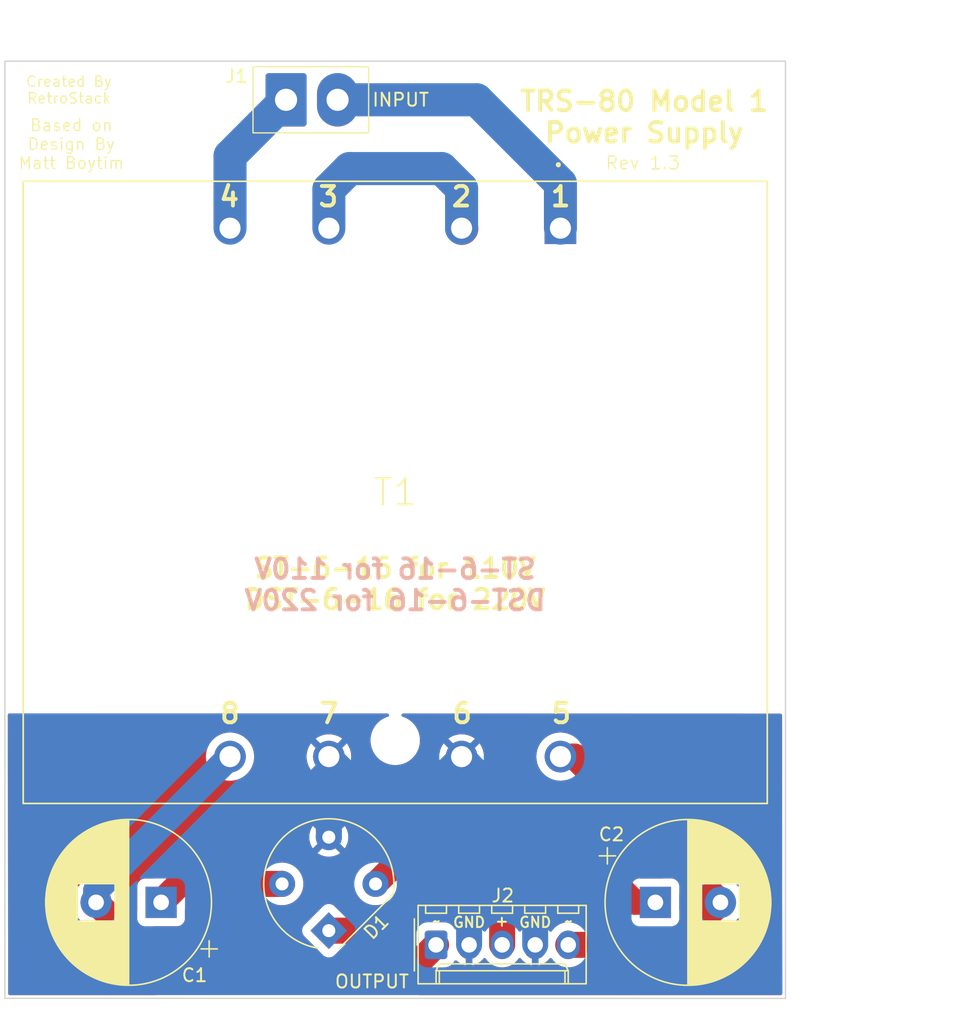
<source format=kicad_pcb>
(kicad_pcb (version 20240108) (generator "pcbnew") (generator_version "8.0")
  (title_block (title "TRS-80 Model 1 Power Supply") (date "2024-08-24") (rev "Rev 1.2") (company "RetroStack LLC (based on design by Matt Boytim)"))
  (layers (0 "F.Cu" signal) (31 "B.Cu" signal) (34 "B.Paste" user) (35 "F.Paste" user) (36 "B.SilkS" user "B.Silkscreen") (37 "F.SilkS" user "F.Silkscreen") (38 "B.Mask" user) (39 "F.Mask" user) (44 "Edge.Cuts" user))
  (net 0 "")
  (net 1 "Net-(C1-Pad1)")
  (net 2 "Net-(J2-Pin_1)")
  (net 3 "Net-(C2-Pad1)")
  (net 4 "Net-(J2-Pin_5)")
  (net 5 "GND")
  (net 6 "Net-(D1-+)")
  (net 7 "Net-(J1-Pin_1)")
  (net 8 "Net-(J1-Pin_2)")
  (net 9 "Net-(T1-Pad2)")
  (footprint "Capacitor_THT:CP_Radial_D12.5mm_P5.00mm" (layer "F.Cu") (at 75.003711 87.997455 180)
    (property "Reference" "C1" (at -2.567889 -5.601545 0) (layer "F.SilkS"))
    (property "Value" "2200u")
    (pad "1" thru_hole rect (at 0 0 180) (size 2.4 2.4) (drill 1.2) (layers "*.Cu" "*.Mask") (net 1 "Net-(C1-Pad1)"))
    (pad "2" thru_hole circle (at 5 0 180) (size 2.4 2.4) (drill 1.2) (layers "*.Cu" "*.Mask") (net 2 "Net-(J2-Pin_1)"))
  )
  (footprint "Connector_Molex:Molex_KK-396_A-41791-0002_1x02_P3.96mm_Vertical" (layer "F.Cu") (at 84.6074 26.3398)
    (property "Reference" "J1" (at -3.81 -1.8034 0) (layer "F.SilkS"))
    (property "Value" "Conn_01x02")
    (pad "1" thru_hole roundrect (at 0 0) (size 3.16 4.1) (drill 1.7) (layers "*.Cu" "*.Mask") (roundrect_rratio 0.079114) (net 7 "Net-(J1-Pin_1)"))
    (pad "2" thru_hole oval (at 3.96 0) (size 3.16 4.1) (drill 1.7) (layers "*.Cu" "*.Mask") (net 8 "Net-(J1-Pin_2)"))
  )
  (footprint "Diode_THT:Diode_Bridge_Round_D9.8mm" (layer "F.Cu") (at 87.893212 90.171585 135)
    (property "Reference" "D1" (at -2.380121 2.788263 45) (layer "F.SilkS"))
    (property "Value" "B40C800G" (hide yes))
    (pad "1" thru_hole rect (at 0 0 135) (size 2 2) (drill 1) (layers "*.Cu" "*.Mask") (net 6 "Net-(D1-+)"))
    (pad "2" thru_hole oval (at 0 5.079999 135) (size 2 2) (drill 1) (layers "*.Cu" "*.Mask") (net 3 "Net-(C2-Pad1)"))
    (pad "3" thru_hole oval (at 5.08 5.08 135) (size 2 2) (drill 1) (layers "*.Cu" "*.Mask") (net 5 "GND"))
    (pad "4" thru_hole oval (at 5.079999 0 135) (size 2 2) (drill 1) (layers "*.Cu" "*.Mask") (net 1 "Net-(C1-Pad1)"))
  )
  (footprint "Capacitor_THT:CP_Radial_D12.5mm_P5.00mm" (layer "F.Cu") (at 113 88)
    (property "Reference" "C2" (at -3.3736 -5.2214 0) (layer "F.SilkS"))
    (property "Value" "2200u")
    (pad "1" thru_hole rect (at 0 0) (size 2.4 2.4) (drill 1.2) (layers "*.Cu" "*.Mask") (net 3 "Net-(C2-Pad1)"))
    (pad "2" thru_hole circle (at 5 0) (size 2.4 2.4) (drill 1.2) (layers "*.Cu" "*.Mask") (net 4 "Net-(J2-Pin_5)"))
  )
  (footprint "M1PSX3:XFMR_DST-6-16" (layer "F.Cu") (at 93 56.5 -90)
    (property "Reference" "T1" (at 0 0 0) (layer "F.SilkS") (effects (font (size 2 2))))
    (property "Value" "DST-6-16")
    (pad "" np_thru_hole circle (at -19.05 0 270) (size 3.3 3.3) (drill 3.3) (layers "F&B.Cu" "*.Mask"))
    (pad "" np_thru_hole circle (at 19.05 0 270) (size 3.3 3.3) (drill 3.3) (layers "F&B.Cu" "*.Mask"))
    (pad "1" thru_hole rect (at -20.3 -12.7 270) (size 2.43 2.43) (drill 1.62) (layers "*.Cu" "*.Mask") (net 8 "Net-(J1-Pin_2)"))
    (pad "2" thru_hole circle (at -20.3 -5.1 270) (size 2.43 2.43) (drill 1.62) (layers "*.Cu" "*.Mask") (net 9 "Net-(T1-Pad2)"))
    (pad "3" thru_hole circle (at -20.3 5.1 270) (size 2.43 2.43) (drill 1.62) (layers "*.Cu" "*.Mask") (net 9 "Net-(T1-Pad2)"))
    (pad "4" thru_hole circle (at -20.3 12.7 270) (size 2.43 2.43) (drill 1.62) (layers "*.Cu" "*.Mask") (net 7 "Net-(J1-Pin_1)"))
    (pad "5" thru_hole circle (at 20.3 -12.7 270) (size 2.43 2.43) (drill 1.62) (layers "*.Cu" "*.Mask") (net 4 "Net-(J2-Pin_5)"))
    (pad "6" thru_hole circle (at 20.3 -5.1 270) (size 2.43 2.43) (drill 1.62) (layers "*.Cu" "*.Mask") (net 5 "GND"))
    (pad "7" thru_hole circle (at 20.3 5.1 270) (size 2.43 2.43) (drill 1.62) (layers "*.Cu" "*.Mask") (net 5 "GND"))
    (pad "8" thru_hole circle (at 20.3 12.7 270) (size 2.43 2.43) (drill 1.62) (layers "*.Cu" "*.Mask") (net 2 "Net-(J2-Pin_1)"))
  )
  (footprint "Connector_Molex:Molex_KK-254_AE-6410-05A_1x05_P2.54mm_Vertical" (layer "F.Cu") (at 96.139 91.2622)
    (property "Reference" "J2" (at 5.1308 -3.7846 0) (layer "F.SilkS"))
    (property "Value" "1x5")
    (pad "1" thru_hole roundrect (at 0 0) (size 1.74 2.19) (drill 1.19) (layers "*.Cu" "*.Mask") (roundrect_rratio 0.143678) (net 2 "Net-(J2-Pin_1)"))
    (pad "2" thru_hole oval (at 2.54 0) (size 1.74 2.19) (drill 1.19) (layers "*.Cu" "*.Mask") (net 5 "GND"))
    (pad "3" thru_hole oval (at 5.08 0) (size 1.74 2.19) (drill 1.19) (layers "*.Cu" "*.Mask") (net 6 "Net-(D1-+)"))
    (pad "4" thru_hole oval (at 7.62 0) (size 1.74 2.19) (drill 1.19) (layers "*.Cu" "*.Mask") (net 5 "GND"))
    (pad "5" thru_hole oval (at 10.16 0) (size 1.74 2.19) (drill 1.19) (layers "*.Cu" "*.Mask") (net 4 "Net-(J2-Pin_5)"))
  )
  (gr_line (start 123 95.377) (end 62.992 95.368) (stroke (width 0.1)) (layer "Edge.Cuts"))
  (gr_line (start 62.992 95.368) (end 62.992 23.368) (stroke (width 0.1)) (layer "Edge.Cuts"))
  (gr_line (start 63 23.372493) (end 123 23.372493) (stroke (width 0.1)) (layer "Edge.Cuts"))
  (gr_line (start 123 23.372493) (end 123 95.372493) (stroke (width 0.1)) (layer "Edge.Cuts"))
  (gr_text "ST-6-16 for 110V\nDST-6-16 for 220V" (at 92.9894 63.6016 0) (layer "B.SilkS") (effects (font (size 1.5 1.5) (thickness 0.3) (bold yes)) (justify mirror)))
  (gr_text "GND" (at 98.682245 89.531 0) (layer "F.SilkS") (effects (font (size 0.8 0.8))))
  (gr_text "GND" (at 103.762245 89.531 0) (layer "F.SilkS") (effects (font (size 0.8 0.8))))
  (gr_text "~" (at 106.327645 89.4548 0) (layer "F.SilkS") (effects (font (size 0.8 0.8))))
  (gr_text "8" (at 80.2894 73.4822 0) (layer "F.SilkS") (effects (font (size 1.5 1.5) (thickness 0.3) (bold yes))))
  (gr_text "INPUT" (at 93.4188 26.3398 0) (layer "F.SilkS") (effects (font (size 1 1))))
  (gr_text "+" (at 101.196845 89.4294 0) (layer "F.SilkS") (effects (font (size 0.8 0.8))))
  (gr_text "~" (at 96.167645 89.4548 0) (layer "F.SilkS") (effects (font (size 0.8 0.8))))
  (gr_text "6" (at 98.1456 73.4822 0) (layer "F.SilkS") (effects (font (size 1.5 1.5) (thickness 0.3) (bold yes))))
  (gr_text "3" (at 87.8586 33.782 0) (layer "F.SilkS") (effects (font (size 1.5 1.5) (thickness 0.3) (bold yes))))
  (gr_text "5" (at 105.7656 73.4822 0) (layer "F.SilkS") (effects (font (size 1.5 1.5) (thickness 0.3) (bold yes))))
  (gr_text "ST-6-16 for 110V\nDST-6-16 for 220V" (at 92.9894 63.5254 0) (layer "F.SilkS") (effects (font (size 1.5 1.5) (thickness 0.3) (bold yes))))
  (gr_text "7" (at 87.9094 73.4822 0) (layer "F.SilkS") (effects (font (size 1.5 1.5) (thickness 0.3) (bold yes))))
  (gr_text "1" (at 105.7148 33.782 0) (layer "F.SilkS") (effects (font (size 1.5 1.5) (thickness 0.3) (bold yes))))
  (gr_text "Based on\nDesign By\nMatt Boytim" (at 68.0974 29.7434 0) (layer "F.SilkS") (effects (font (size 0.9 0.9) (thickness 0.1))))
  (gr_text "TRS-80 Model 1\nPower Supply" (at 112.141 27.6606 0) (layer "F.SilkS") (effects (font (size 1.5 1.5) (thickness 0.3) (bold yes))))
  (gr_text "Rev 1.3" (at 112.0394 31.1912 0) (layer "F.SilkS") (effects (font (size 1 1) (thickness 0.1))))
  (gr_text "Created By\nRetroStack" (at 67.9196 25.5778 0) (layer "F.SilkS") (effects (font (size 0.8 0.8) (thickness 0.1))))
  (gr_text "4" (at 80.2386 33.782 0) (layer "F.SilkS") (effects (font (size 1.5 1.5) (thickness 0.3) (bold yes))))
  (gr_text "2" (at 98.0948 33.782 0) (layer "F.SilkS") (effects (font (size 1.5 1.5) (thickness 0.3) (bold yes))))
  (gr_text "OUTPUT" (at 91.2114 94.0816 0) (layer "F.SilkS") (effects (font (size 1 1))))
  (segment (start 76.421683 86.579483) (end 75.003711 87.997455) (width 2) (layer "F.Cu") (net 1))
  (segment (start 84.30111 86.579483) (end 76.421683 86.579483) (width 2) (layer "F.Cu") (net 1))
  (segment (start 93.8276 93.5736) (end 75.579856 93.5736) (width 2) (layer "F.Cu") (net 2))
  (segment (start 96.139 91.2622) (end 93.8276 93.5736) (width 2) (layer "F.Cu") (net 2))
  (segment (start 75.579856 93.5736) (end 70.003711 87.997455) (width 2) (layer "F.Cu") (net 2))
  (segment (start 70.003711 87.096289) (end 70.003711 87.997455) (width 2) (layer "B.Cu") (net 2))
  (segment (start 80.3 76.8) (end 70.003711 87.096289) (width 2) (layer "B.Cu") (net 2))
  (segment (start 93.990797 84.074) (end 91.485314 86.579483) (width 1.905) (layer "F.Cu") (net 3))
  (segment (start 113 88) (end 111.4188 88) (width 1.905) (layer "F.Cu") (net 3))
  (segment (start 111.4188 88) (end 107.4928 84.074) (width 1.905) (layer "F.Cu") (net 3))
  (segment (start 107.4928 84.074) (end 93.990797 84.074) (width 1.905) (layer "F.Cu") (net 3))
  (segment (start 112.907898 87.907898) (end 113 88) (width 1.905) (layer "B.Cu") (net 3))
  (segment (start 114.7378 91.2622) (end 118 88) (width 2) (layer "F.Cu") (net 4))
  (segment (start 106.299 91.2622) (end 114.7378 91.2622) (width 2) (layer "F.Cu") (net 4))
  (segment (start 106.8 76.8) (end 105.7 76.8) (width 2) (layer "F.Cu") (net 4))
  (segment (start 118 88) (end 106.8 76.8) (width 2) (layer "F.Cu") (net 4))
  (segment (start 103.759 82.459) (end 103.759 91.2622) (width 2) (layer "B.Cu") (net 5))
  (segment (start 98.1 76.8) (end 96.885 78.015) (width 2) (layer "B.Cu") (net 5))
  (segment (start 95.5802 79.3242) (end 90.4242 79.3242) (width 2) (layer "B.Cu") (net 5))
  (segment (start 90.4242 79.3242) (end 87.9 76.8) (width 2) (layer "B.Cu") (net 5))
  (segment (start 96.885 78.0194) (end 95.5802 79.3242) (width 2) (layer "B.Cu") (net 5))
  (segment (start 96.885 78.015) (end 96.885 78.0194) (width 2) (layer "B.Cu") (net 5))
  (segment (start 98.679 77.379) (end 98.679 91.2622) (width 2) (layer "B.Cu") (net 5))
  (segment (start 98.1 76.8) (end 103.759 82.459) (width 2) (layer "B.Cu") (net 5))
  (segment (start 87.9 82.980592) (end 87.893212 82.98738) (width 0.25) (layer "B.Cu") (net 5))
  (segment (start 87.9 76.8) (end 87.9 82.980592) (width 2) (layer "B.Cu") (net 5))
  (segment (start 98.1 76.8) (end 98.679 77.379) (width 2) (layer "B.Cu") (net 5))
  (segment (start 92.657615 90.171585) (end 95.4024 87.4268) (width 2) (layer "F.Cu") (net 6))
  (segment (start 87.893212 90.171585) (end 92.657615 90.171585) (width 2) (layer "F.Cu") (net 6))
  (segment (start 99.9744 87.4268) (end 101.219 88.6714) (width 2) (layer "F.Cu") (net 6))
  (segment (start 101.219 88.6714) (end 101.219 91.2622) (width 2) (layer "F.Cu") (net 6))
  (segment (start 95.4024 87.4268) (end 99.9744 87.4268) (width 2) (layer "F.Cu") (net 6))
  (segment (start 80.3 36.2) (end 80.3 30.6472) (width 2.54) (layer "B.Cu") (net 7))
  (segment (start 80.3 30.6472) (end 84.6074 26.3398) (width 2.54) (layer "B.Cu") (net 7))
  (segment (start 105.7 36.2) (end 105.7 32.7766) (width 2.54) (layer "B.Cu") (net 8))
  (segment (start 99.2632 26.3398) (end 88.5674 26.3398) (width 2.54) (layer "B.Cu") (net 8))
  (segment (start 105.7 32.7766) (end 99.2632 26.3398) (width 2.54) (layer "B.Cu") (net 8))
  (segment (start 98.1 36.2) (end 98.1202 36.2202) (width 2.54) (layer "F.Cu") (net 9))
  (segment (start 98.1 33.1522) (end 96.5708 31.623) (width 2.54) (layer "B.Cu") (net 9))
  (segment (start 89.4842 31.623) (end 87.9 33.2072) (width 2.54) (layer "B.Cu") (net 9))
  (segment (start 96.5708 31.623) (end 89.4842 31.623) (width 2.54) (layer "B.Cu") (net 9))
  (segment (start 98.1 36.2) (end 98.1 33.1522) (width 2.54) (layer "B.Cu") (net 9))
  (segment (start 87.9 33.2072) (end 87.9 36.2) (width 2.54) (layer "B.Cu") (net 9))
  (zone (net 5) (net_name "GND") (layers "F&B.Cu") (connect_pads (clearance 0.635)) (min_thickness 0.25) (fill yes (thermal_gap 0.5) (thermal_bridge_width 0.5) (island_removal_mode 1) (island_area_min 10))
    (polygon (pts (xy 63.246 95.123) (xy 63.2206 73.4822) (xy 122.7328 73.5) (xy 122.7582 95.123)))
  )
)
</source>
